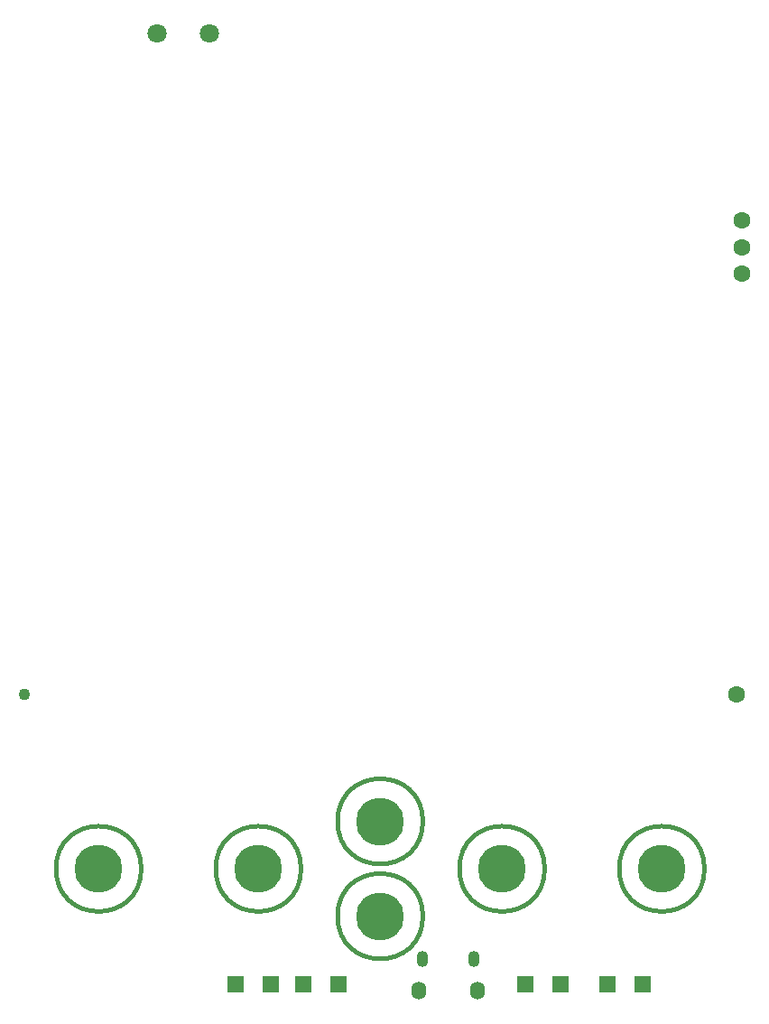
<source format=gbr>
G04 #@! TF.FileFunction,Soldermask,Bot*
%FSLAX46Y46*%
G04 Gerber Fmt 4.6, Leading zero omitted, Abs format (unit mm)*
G04 Created by KiCad (PCBNEW 4.0.4-stable) date Monday, April 23, 2018 'PMt' 09:01:18 PM*
%MOMM*%
%LPD*%
G01*
G04 APERTURE LIST*
%ADD10C,0.100000*%
%ADD11C,0.425000*%
%ADD12C,1.600000*%
%ADD13C,1.100000*%
%ADD14O,1.100000X1.500000*%
%ADD15O,1.400000X1.700000*%
%ADD16R,1.500000X1.500000*%
%ADD17C,4.500000*%
%ADD18C,0.200000*%
%ADD19C,1.800000*%
G04 APERTURE END LIST*
D10*
D11*
X117284000Y-153543000D02*
G75*
G03X117284000Y-153543000I-4000000J0D01*
G01*
X143700000Y-157988000D02*
G75*
G03X143700000Y-157988000I-4000000J0D01*
G01*
X170116000Y-153543000D02*
G75*
G03X170116000Y-153543000I-4000000J0D01*
G01*
X155130000Y-153543000D02*
G75*
G03X155130000Y-153543000I-4000000J0D01*
G01*
X132270000Y-153543000D02*
G75*
G03X132270000Y-153543000I-4000000J0D01*
G01*
X143700000Y-149098000D02*
G75*
G03X143700000Y-149098000I-4000000J0D01*
G01*
D12*
X173647100Y-95239840D03*
X173647100Y-97739840D03*
X173647100Y-92739840D03*
X173100000Y-137160000D03*
D13*
X106300000Y-137160000D03*
D14*
X143630000Y-161956000D03*
X148470000Y-161956000D03*
D15*
X143320000Y-164956000D03*
X148780000Y-164956000D03*
D16*
X164311600Y-164338000D03*
X161011600Y-164338000D03*
X135782320Y-164338000D03*
X132482320Y-164338000D03*
X156602700Y-164338000D03*
X153302700Y-164338000D03*
X129439940Y-164338000D03*
X126139940Y-164338000D03*
D17*
X113284000Y-153543000D03*
D18*
X113284000Y-157543000D03*
D17*
X139700000Y-157988000D03*
D18*
X139700000Y-161988000D03*
D17*
X166116000Y-153543000D03*
D18*
X166116000Y-157543000D03*
D17*
X151130000Y-153543000D03*
D18*
X151130000Y-157543000D03*
D17*
X128270000Y-153543000D03*
D18*
X128270000Y-157543000D03*
D17*
X139700000Y-149098000D03*
D18*
X139700000Y-153098000D03*
D19*
X118760000Y-75230000D03*
X123660000Y-75230000D03*
M02*

</source>
